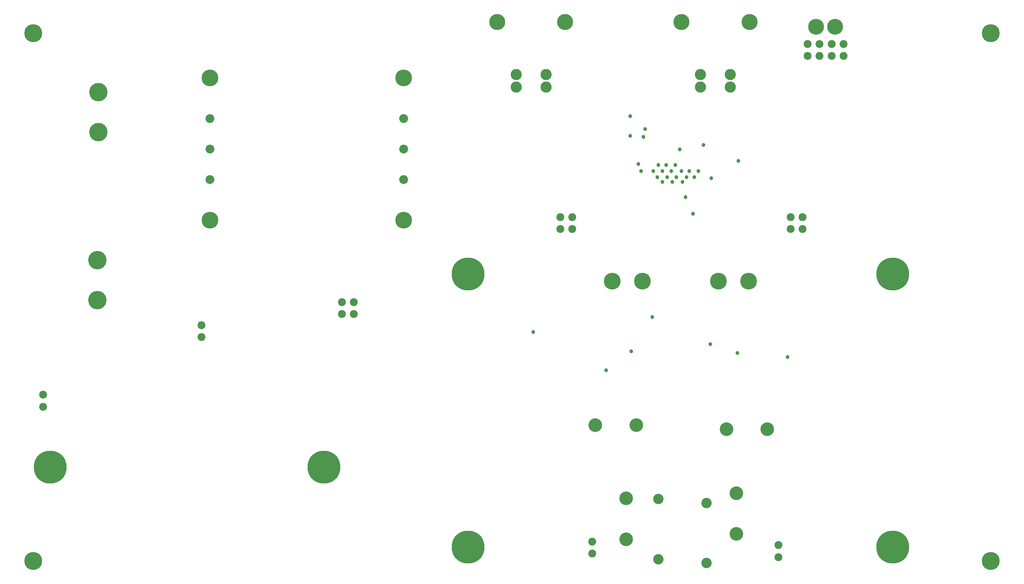
<source format=gbs>
G04*
G04 #@! TF.GenerationSoftware,Altium Limited,Altium Designer,21.6.4 (81)*
G04*
G04 Layer_Color=16711935*
%FSLAX23Y23*%
%MOIN*%
G70*
G04*
G04 #@! TF.SameCoordinates,B6067EDE-423B-4814-945A-A302FF207E3A*
G04*
G04*
G04 #@! TF.FilePolarity,Negative*
G04*
G01*
G75*
%ADD52C,0.038*%
%ADD64C,0.177*%
%ADD65C,0.323*%
%ADD66C,0.078*%
%ADD67C,0.165*%
%ADD68C,0.087*%
%ADD69C,0.134*%
%ADD70C,0.102*%
%ADD71C,0.156*%
%ADD72C,0.158*%
%ADD73C,0.110*%
%ADD74C,0.181*%
D52*
X6570Y4267D02*
D03*
X6801Y4311D02*
D03*
X6398Y3947D02*
D03*
X6496D02*
D03*
X6634Y3996D02*
D03*
X6358Y4114D02*
D03*
X6585Y4055D02*
D03*
X6211Y4390D02*
D03*
X6190Y4055D02*
D03*
X6713Y3996D02*
D03*
X6535D02*
D03*
X6309Y4055D02*
D03*
X6752D02*
D03*
X6663D02*
D03*
X6526Y4114D02*
D03*
X6437D02*
D03*
X6348Y3996D02*
D03*
X7146Y4154D02*
D03*
X6299Y2618D02*
D03*
X6870Y2352D02*
D03*
X5846Y2096D02*
D03*
X6093Y2283D02*
D03*
X5128Y2470D02*
D03*
X7136Y2264D02*
D03*
X7628Y2224D02*
D03*
X6230Y4469D02*
D03*
X6083Y4596D02*
D03*
X6161Y4124D02*
D03*
X6699Y3635D02*
D03*
X6880Y3986D02*
D03*
X6398Y4055D02*
D03*
X6486D02*
D03*
X6083Y4400D02*
D03*
X6624Y3799D02*
D03*
X6594Y3947D02*
D03*
X6447Y3996D02*
D03*
D64*
X9626Y5413D02*
D03*
X217Y217D02*
D03*
X9626D02*
D03*
X217Y5413D02*
D03*
D65*
X3071Y1142D02*
D03*
X382D02*
D03*
X4488Y3043D02*
D03*
Y354D02*
D03*
X8661Y3043D02*
D03*
Y354D02*
D03*
D66*
X311Y1736D02*
D03*
Y1854D02*
D03*
X7539Y374D02*
D03*
Y256D02*
D03*
X1870Y2421D02*
D03*
Y2539D02*
D03*
X5709Y409D02*
D03*
Y291D02*
D03*
X7777Y3602D02*
D03*
Y3484D02*
D03*
X7659Y3602D02*
D03*
Y3484D02*
D03*
X5513Y3602D02*
D03*
Y3484D02*
D03*
X5395Y3602D02*
D03*
Y3484D02*
D03*
X8179Y5187D02*
D03*
X8061D02*
D03*
Y5305D02*
D03*
X8179D02*
D03*
X7943D02*
D03*
X7825D02*
D03*
Y5187D02*
D03*
X7943D02*
D03*
X3366Y2766D02*
D03*
Y2648D02*
D03*
X3248Y2766D02*
D03*
Y2648D02*
D03*
D67*
X1953Y4972D02*
D03*
Y3572D02*
D03*
X3854Y4972D02*
D03*
Y3572D02*
D03*
X7244Y2972D02*
D03*
X6949D02*
D03*
X6201D02*
D03*
X5906D02*
D03*
D68*
X1953Y4572D02*
D03*
Y4272D02*
D03*
Y3972D02*
D03*
X3854Y4572D02*
D03*
Y4272D02*
D03*
Y3972D02*
D03*
D69*
X7429Y1516D02*
D03*
X7028D02*
D03*
X7126Y484D02*
D03*
Y886D02*
D03*
X6043Y433D02*
D03*
Y835D02*
D03*
X5740Y1555D02*
D03*
X6142D02*
D03*
D70*
X6831Y197D02*
D03*
Y787D02*
D03*
X6358Y236D02*
D03*
Y827D02*
D03*
D71*
X8094Y5475D02*
D03*
X7909D02*
D03*
D72*
X5443Y5522D02*
D03*
X4774D02*
D03*
X7254D02*
D03*
X6585D02*
D03*
D73*
X5256Y5005D02*
D03*
X4961Y4880D02*
D03*
X5256D02*
D03*
X4961Y5005D02*
D03*
X7067D02*
D03*
X6772Y4880D02*
D03*
X7067D02*
D03*
X6772Y5005D02*
D03*
D74*
X856Y4833D02*
D03*
Y4439D02*
D03*
X846Y2785D02*
D03*
Y3179D02*
D03*
M02*

</source>
